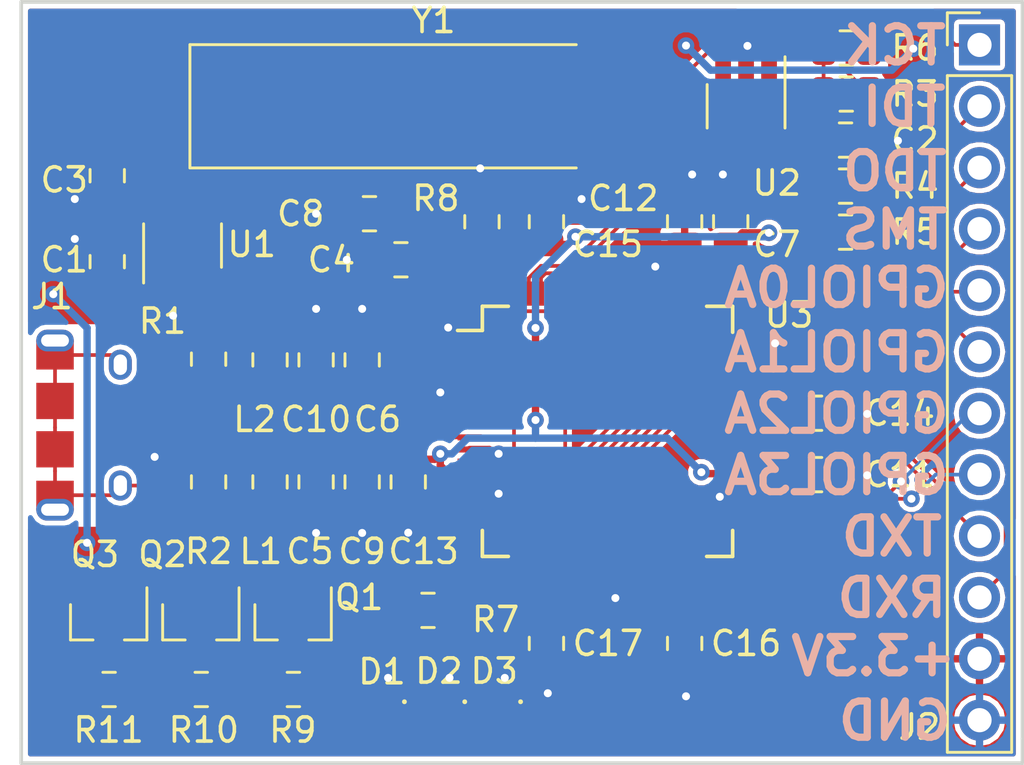
<source format=kicad_pcb>
(kicad_pcb (version 20171130) (host pcbnew 5.0.1)
  (title_block (title "FT2232 Board") (date 2019-11-25) (rev A) (company "Alex Wranovsky"))
  (layers (0 F.Cu signal) (31 B.Cu signal) (34 B.Paste user) (35 F.Paste user) (36 B.SilkS user) (37 F.SilkS user) (38 B.Mask user) (39 F.Mask user) (44 Edge.Cuts user))
  (net 0 "")
  (net 1 GND)
  (net 2 +5V)
  (net 3 +3V3)
  (net 4 /FTDI_OSCI)
  (net 5 /FTDI_VPLL)
  (net 6 /FTDI_VPHY)
  (net 7 +1V8)
  (net 8 /FTDI_OSCO)
  (net 9 "Net-(D1-Pad2)")
  (net 10 "Net-(D2-Pad2)")
  (net 11 "Net-(D3-Pad2)")
  (net 12 /USB_P)
  (net 13 "Net-(J1-Pad4)")
  (net 14 /USB_N)
  (net 15 /SHIELD)
  (net 16 /~FTDI_PWREN~)
  (net 17 /~RS232_TXLED~)
  (net 18 /~RS232_RXLED~)
  (net 19 /LDO_EN)
  (net 20 "Net-(R3-Pad2)")
  (net 21 /FTDI_DATA)
  (net 22 /FTDI_CS)
  (net 23 /FTDI_CLK)
  (net 24 /FTDI_RESET)
  (net 25 /FTDI_REF)
  (net 26 "Net-(U1-Pad4)")
  (net 27 /JTAG_TCK)
  (net 28 /JTAG_TDI)
  (net 29 /JTAG_TDO)
  (net 30 /JTAG_TMS)
  (net 31 /GPIOL0A)
  (net 32 /GPIOL1A)
  (net 33 /GPIOL2A)
  (net 34 /GPIOL3A)
  (net 35 /GPIOH0A)
  (net 36 /GPIOH1A)
  (net 37 /GPIOH2A)
  (net 38 /GPIOH3A)
  (net 39 /GPIOH4A)
  (net 40 /GPIOH5A)
  (net 41 /GPIOH6A)
  (net 42 /GPIOH7A)
  (net 43 /~FTDI_SUSPEND~)
  (net 44 /RS232_TXD)
  (net 45 /RS232_RXD)
  (net 46 /~RS232_RTS~)
  (net 47 /~RS232_CTS~)
  (net 48 /~RS232_DTR~)
  (net 49 /~RS232_DSR~)
  (net 50 /~RS232_DCD~)
  (net 51 /~RS232_RI~)
  (net 52 /RS232_TXDEN)
  (net 53 /RS232_RSVD0)
  (net 54 /RS232_RSVD1)
  (net 55 /RS232_RSVD2)
  (net 56 /RS232_RSVD3)
  (net 57 /RS232_RSVD4)
  (net 58 "Net-(Q1-Pad3)")
  (net 59 "Net-(Q2-Pad3)")
  (net 60 "Net-(Q3-Pad3)")
  (module Capacitor_SMD:C_0805_2012Metric (layer F.Cu) (at 155.194 120.7285 90)
    (fp_text reference C1 (at 0.0785 -1.778) (layer F.SilkS))
    (fp_text value 1uF)
    (pad 2 smd roundrect (at 0.9375 0 90) (size 0.975 1.4) (layers F.Cu F.Paste F.Mask) (net 1 GND))
    (pad 1 smd roundrect (at -0.9375 0 90) (size 0.975 1.4) (layers F.Cu F.Paste F.Mask) (net 2 +5V))
  )
  (module Capacitor_SMD:C_0805_2012Metric (layer F.Cu) (at 185.7225 115.697)
    (fp_text reference C2 (at 2.8725 0 180) (layer F.SilkS))
    (fp_text value 0.1uF)
    (pad 2 smd roundrect (at 0.9375 0) (size 0.975 1.4) (layers F.Cu F.Paste F.Mask) (net 1 GND))
    (pad 1 smd roundrect (at -0.9375 0) (size 0.975 1.4) (layers F.Cu F.Paste F.Mask) (net 3 +3V3))
  )
  (module Capacitor_SMD:C_0805_2012Metric (layer F.Cu) (at 155.194 117.1725 270)
    (fp_text reference C3 (at 0.1755 1.778) (layer F.SilkS))
    (fp_text value 1uF)
    (pad 2 smd roundrect (at 0.9375 0 270) (size 0.975 1.4) (layers F.Cu F.Paste F.Mask) (net 1 GND))
    (pad 1 smd roundrect (at -0.9375 0 270) (size 0.975 1.4) (layers F.Cu F.Paste F.Mask) (net 3 +3V3))
  )
  (module Capacitor_SMD:C_0805_2012Metric (layer F.Cu) (at 167.3375 120.65 180)
    (fp_text reference C4 (at 2.8725 0) (layer F.SilkS))
    (fp_text value 27pF)
    (pad 2 smd roundrect (at 0.9375 0 180) (size 0.975 1.4) (layers F.Cu F.Paste F.Mask) (net 1 GND))
    (pad 1 smd roundrect (at -0.9375 0 180) (size 0.975 1.4) (layers F.Cu F.Paste F.Mask) (net 4 /FTDI_OSCI))
  )
  (module Capacitor_SMD:C_0805_2012Metric (layer F.Cu) (at 163.83 129.8425 270)
    (fp_text reference C5 (at 2.8725 0.254) (layer F.SilkS))
    (fp_text value 4.7uF)
    (pad 2 smd roundrect (at 0.9375 0 270) (size 0.975 1.4) (layers F.Cu F.Paste F.Mask) (net 1 GND))
    (pad 1 smd roundrect (at -0.9375 0 270) (size 0.975 1.4) (layers F.Cu F.Paste F.Mask) (net 5 /FTDI_VPLL))
  )
  (module Capacitor_SMD:C_0805_2012Metric (layer F.Cu) (at 165.735 124.7925 90)
    (fp_text reference C6 (at -2.4615 0.635 180) (layer F.SilkS))
    (fp_text value 4.7uF)
    (pad 2 smd roundrect (at 0.9375 0 90) (size 0.975 1.4) (layers F.Cu F.Paste F.Mask) (net 1 GND))
    (pad 1 smd roundrect (at -0.9375 0 90) (size 0.975 1.4) (layers F.Cu F.Paste F.Mask) (net 6 /FTDI_VPHY))
  )
  (module Capacitor_SMD:C_0805_2012Metric (layer F.Cu) (at 180.975 119.0775 90)
    (fp_text reference C7 (at -0.9375 1.905 180) (layer F.SilkS))
    (fp_text value 3.3uF)
    (pad 2 smd roundrect (at 0.9375 0 90) (size 0.975 1.4) (layers F.Cu F.Paste F.Mask) (net 1 GND))
    (pad 1 smd roundrect (at -0.9375 0 90) (size 0.975 1.4) (layers F.Cu F.Paste F.Mask) (net 7 +1V8))
  )
  (module Capacitor_SMD:C_0805_2012Metric (layer F.Cu) (at 166.0375 118.745 180)
    (fp_text reference C8 (at 2.8425 0) (layer F.SilkS))
    (fp_text value 27pF)
    (pad 2 smd roundrect (at 0.9375 0 180) (size 0.975 1.4) (layers F.Cu F.Paste F.Mask) (net 1 GND))
    (pad 1 smd roundrect (at -0.9375 0 180) (size 0.975 1.4) (layers F.Cu F.Paste F.Mask) (net 8 /FTDI_OSCO))
  )
  (module Capacitor_SMD:C_0805_2012Metric (layer F.Cu) (at 165.735 129.8425 270)
    (fp_text reference C9 (at 2.8725 0) (layer F.SilkS))
    (fp_text value 0.1uF)
    (pad 2 smd roundrect (at 0.9375 0 270) (size 0.975 1.4) (layers F.Cu F.Paste F.Mask) (net 1 GND))
    (pad 1 smd roundrect (at -0.9375 0 270) (size 0.975 1.4) (layers F.Cu F.Paste F.Mask) (net 5 /FTDI_VPLL))
  )
  (module Capacitor_SMD:C_0805_2012Metric (layer F.Cu) (at 163.83 124.7925 90)
    (fp_text reference C10 (at -2.4615 0) (layer F.SilkS))
    (fp_text value 0.1uF)
    (pad 2 smd roundrect (at 0.9375 0 90) (size 0.975 1.4) (layers F.Cu F.Paste F.Mask) (net 1 GND))
    (pad 1 smd roundrect (at -0.9375 0 90) (size 0.975 1.4) (layers F.Cu F.Paste F.Mask) (net 6 /FTDI_VPHY))
  )
  (module Capacitor_SMD:C_0805_2012Metric (layer F.Cu) (at 184.4825 129.54)
    (fp_text reference C11 (at 3.4775 0) (layer F.SilkS))
    (fp_text value 0.1uF)
    (pad 2 smd roundrect (at 0.9375 0) (size 0.975 1.4) (layers F.Cu F.Paste F.Mask) (net 1 GND))
    (pad 1 smd roundrect (at -0.9375 0) (size 0.975 1.4) (layers F.Cu F.Paste F.Mask) (net 7 +1V8))
  )
  (module Capacitor_SMD:C_0805_2012Metric (layer F.Cu) (at 179.07 119.0775 90)
    (fp_text reference C12 (at 0.9675 -2.54 180) (layer F.SilkS))
    (fp_text value 0.1uF)
    (pad 2 smd roundrect (at 0.9375 0 90) (size 0.975 1.4) (layers F.Cu F.Paste F.Mask) (net 1 GND))
    (pad 1 smd roundrect (at -0.9375 0 90) (size 0.975 1.4) (layers F.Cu F.Paste F.Mask) (net 3 +3V3))
  )
  (module Capacitor_SMD:C_0805_2012Metric (layer F.Cu) (at 167.64 129.8425 270)
    (fp_text reference C13 (at 2.8725 -0.635) (layer F.SilkS))
    (fp_text value 0.1uF)
    (pad 2 smd roundrect (at 0.9375 0 270) (size 0.975 1.4) (layers F.Cu F.Paste F.Mask) (net 1 GND))
    (pad 1 smd roundrect (at -0.9375 0 270) (size 0.975 1.4) (layers F.Cu F.Paste F.Mask) (net 7 +1V8))
  )
  (module Capacitor_SMD:C_0805_2012Metric (layer F.Cu) (at 184.4825 127)
    (fp_text reference C14 (at 3.4775 0) (layer F.SilkS))
    (fp_text value 0.1uF)
    (pad 2 smd roundrect (at 0.9375 0) (size 0.975 1.4) (layers F.Cu F.Paste F.Mask) (net 1 GND))
    (pad 1 smd roundrect (at -0.9375 0) (size 0.975 1.4) (layers F.Cu F.Paste F.Mask) (net 3 +3V3))
  )
  (module Capacitor_SMD:C_0805_2012Metric (layer F.Cu) (at 173.355 119.0775 90)
    (fp_text reference C15 (at -0.9375 2.54 180) (layer F.SilkS))
    (fp_text value 0.1uF)
    (pad 2 smd roundrect (at 0.9375 0 90) (size 0.975 1.4) (layers F.Cu F.Paste F.Mask) (net 1 GND))
    (pad 1 smd roundrect (at -0.9375 0 90) (size 0.975 1.4) (layers F.Cu F.Paste F.Mask) (net 7 +1V8))
  )
  (module Capacitor_SMD:C_0805_2012Metric (layer F.Cu) (at 179.07 136.525 270)
    (fp_text reference C16 (at 0 -2.54) (layer F.SilkS))
    (fp_text value 0.1uF)
    (pad 2 smd roundrect (at 0.9375 0 270) (size 0.975 1.4) (layers F.Cu F.Paste F.Mask) (net 1 GND))
    (pad 1 smd roundrect (at -0.9375 0 270) (size 0.975 1.4) (layers F.Cu F.Paste F.Mask) (net 3 +3V3))
  )
  (module Capacitor_SMD:C_0805_2012Metric (layer F.Cu) (at 173.355 136.525 270)
    (fp_text reference C17 (at 0 -2.54) (layer F.SilkS))
    (fp_text value 0.1uF)
    (pad 2 smd roundrect (at 0.9375 0 270) (size 0.975 1.4) (layers F.Cu F.Paste F.Mask) (net 1 GND))
    (pad 1 smd roundrect (at -0.9375 0 270) (size 0.975 1.4) (layers F.Cu F.Paste F.Mask) (net 3 +3V3))
  )
  (module LED_SMD:LED_0402_1005Metric (layer F.Cu) (at 166.393 138.938 180)
    (fp_text reference D1 (at -0.160221 1.242399) (layer F.SilkS))
    (fp_text value LED)
    (pad 2 smd roundrect (at 0.485 0 180) (size 0.59 0.64) (layers F.Cu F.Paste F.Mask) (net 9 "Net-(D1-Pad2)"))
    (pad 1 smd roundrect (at -0.485 0 180) (size 0.59 0.64) (layers F.Cu F.Paste F.Mask) (net 1 GND))
  )
  (module LED_SMD:LED_0402_1005Metric (layer F.Cu) (at 168.887 138.938 180)
    (fp_text reference D2 (at -0.023 1.27) (layer F.SilkS))
    (fp_text value LED)
    (pad 2 smd roundrect (at 0.485 0 180) (size 0.59 0.64) (layers F.Cu F.Paste F.Mask) (net 10 "Net-(D2-Pad2)"))
    (pad 1 smd roundrect (at -0.485 0 180) (size 0.59 0.64) (layers F.Cu F.Paste F.Mask) (net 1 GND))
  )
  (module LED_SMD:LED_0402_1005Metric (layer F.Cu) (at 171.196 138.938 180)
    (fp_text reference D3 (at 0 1.27) (layer F.SilkS))
    (fp_text value LED)
    (pad 2 smd roundrect (at 0.485 0 180) (size 0.59 0.64) (layers F.Cu F.Paste F.Mask) (net 11 "Net-(D3-Pad2)"))
    (pad 1 smd roundrect (at -0.485 0 180) (size 0.59 0.64) (layers F.Cu F.Paste F.Mask) (net 1 GND))
  )
  (module Exodus_Connectors:USB_Micro_B_10118194-0X0XLF (layer F.Cu) (at 155.735 127.492 270)
    (fp_text reference J1 (at -5.318 2.827) (layer F.SilkS))
    (fp_text value USB_B_Micro)
    (pad 6 thru_hole oval (at 2.5 0 90) (size 1.25 0.95) (drill oval 0.85 0.55) (layers *.Cu *.Mask) (net 15 /SHIELD))
    (pad 6 thru_hole oval (at -2.5 0 270) (size 1.25 0.95) (drill oval 0.85 0.55) (layers *.Cu *.Mask) (net 15 /SHIELD))
    (pad 6 thru_hole oval (at 3.5 2.7 270) (size 0.9 1.55) (drill oval 0.5 1.15) (layers *.Cu *.Mask) (net 15 /SHIELD))
    (pad 6 thru_hole oval (at -3.5 2.7 270) (size 0.9 1.55) (drill oval 0.5 1.15) (layers *.Cu *.Mask) (net 15 /SHIELD))
    (pad 6 smd rect (at 2.9 2.7 270) (size 1.2 1.55) (layers F.Cu F.Paste F.Mask) (net 15 /SHIELD))
    (pad 6 smd rect (at -2.9 2.7 270) (size 1.2 1.55) (layers F.Cu F.Paste F.Mask) (net 15 /SHIELD))
    (pad 6 smd rect (at 1 2.7 270) (size 1.5 1.55) (layers F.Cu F.Paste F.Mask) (net 15 /SHIELD))
    (pad 6 smd rect (at -1 2.7 270) (size 1.5 1.55) (layers F.Cu F.Paste F.Mask) (net 15 /SHIELD))
    (pad 5 smd rect (at 1.3 0.05 270) (size 0.4 1.35) (layers F.Cu F.Paste F.Mask) (net 1 GND))
    (pad 1 smd rect (at -1.3 0.05 270) (size 0.4 1.35) (layers F.Cu F.Paste F.Mask) (net 2 +5V))
    (pad 2 smd rect (at -0.65 0.05 270) (size 0.4 1.35) (layers F.Cu F.Paste F.Mask) (net 14 /USB_N))
    (pad 4 smd rect (at 0.65 0.05 270) (size 0.4 1.35) (layers F.Cu F.Paste F.Mask) (net 13 "Net-(J1-Pad4)"))
    (pad 3 smd rect (at 0 0.05 270) (size 0.4 1.35) (layers F.Cu F.Paste F.Mask) (net 12 /USB_P))
  )
  (module Inductor_SMD:L_0805_2012Metric (layer F.Cu) (at 161.925 129.8425 90)
    (fp_text reference L1 (at -2.8725 -0.381) (layer F.SilkS))
    (fp_text value 1uH)
    (pad 2 smd roundrect (at 0.9375 0 90) (size 0.975 1.4) (layers F.Cu F.Paste F.Mask) (net 5 /FTDI_VPLL))
    (pad 1 smd roundrect (at -0.9375 0 90) (size 0.975 1.4) (layers F.Cu F.Paste F.Mask) (net 3 +3V3))
  )
  (module Inductor_SMD:L_0805_2012Metric (layer F.Cu) (at 161.925 124.7925 270)
    (fp_text reference L2 (at 2.4615 0.635 180) (layer F.SilkS))
    (fp_text value 1uH)
    (pad 2 smd roundrect (at 0.9375 0 270) (size 0.975 1.4) (layers F.Cu F.Paste F.Mask) (net 6 /FTDI_VPHY))
    (pad 1 smd roundrect (at -0.9375 0 270) (size 0.975 1.4) (layers F.Cu F.Paste F.Mask) (net 3 +3V3))
  )
  (module Package_TO_SOT_SMD:SOT-23 (layer F.Cu) (at 162.88 135.62 270)
    (fp_text reference Q1 (at -1 -2.728) (layer F.SilkS))
    (fp_text value Q_PMOS_GSD)
    (pad 3 smd rect (at 1 0 270) (size 0.9 0.8) (layers F.Cu F.Paste F.Mask) (net 58 "Net-(Q1-Pad3)"))
    (pad 2 smd rect (at -1 0.95 270) (size 0.9 0.8) (layers F.Cu F.Paste F.Mask) (net 3 +3V3))
    (pad 1 smd rect (at -1 -0.95 270) (size 0.9 0.8) (layers F.Cu F.Paste F.Mask) (net 16 /~FTDI_PWREN~))
  )
  (module Package_TO_SOT_SMD:SOT-23 (layer F.Cu) (at 159.065 135.62 270)
    (fp_text reference Q2 (at -2.778 1.585 180) (layer F.SilkS))
    (fp_text value Q_PMOS_GSD)
    (pad 3 smd rect (at 1 0 270) (size 0.9 0.8) (layers F.Cu F.Paste F.Mask) (net 59 "Net-(Q2-Pad3)"))
    (pad 2 smd rect (at -1 0.95 270) (size 0.9 0.8) (layers F.Cu F.Paste F.Mask) (net 3 +3V3))
    (pad 1 smd rect (at -1 -0.95 270) (size 0.9 0.8) (layers F.Cu F.Paste F.Mask) (net 17 /~RS232_TXLED~))
  )
  (module Package_TO_SOT_SMD:SOT-23 (layer F.Cu) (at 155.255 135.62 270)
    (fp_text reference Q3 (at -2.778 0.569 180) (layer F.SilkS))
    (fp_text value Q_PMOS_GSD)
    (pad 3 smd rect (at 1 0 270) (size 0.9 0.8) (layers F.Cu F.Paste F.Mask) (net 60 "Net-(Q3-Pad3)"))
    (pad 2 smd rect (at -1 0.95 270) (size 0.9 0.8) (layers F.Cu F.Paste F.Mask) (net 3 +3V3))
    (pad 1 smd rect (at -1 -0.95 270) (size 0.9 0.8) (layers F.Cu F.Paste F.Mask) (net 18 /~RS232_RXLED~))
  )
  (module Resistor_SMD:R_0805_2012Metric (layer F.Cu) (at 159.385 124.7625 90)
    (fp_text reference R1 (at 1.5725 -1.905 180) (layer F.SilkS))
    (fp_text value 10k)
    (pad 2 smd roundrect (at 0.9375 0 90) (size 0.975 1.4) (layers F.Cu F.Paste F.Mask) (net 19 /LDO_EN))
    (pad 1 smd roundrect (at -0.9375 0 90) (size 0.975 1.4) (layers F.Cu F.Paste F.Mask) (net 2 +5V))
  )
  (module Resistor_SMD:R_0805_2012Metric (layer F.Cu) (at 159.385 129.8425 270)
    (fp_text reference R2 (at 2.8725 0) (layer F.SilkS))
    (fp_text value 0)
    (pad 2 smd roundrect (at 0.9375 0 270) (size 0.975 1.4) (layers F.Cu F.Paste F.Mask) (net 15 /SHIELD))
    (pad 1 smd roundrect (at -0.9375 0 270) (size 0.975 1.4) (layers F.Cu F.Paste F.Mask) (net 1 GND))
  )
  (module Resistor_SMD:R_0805_2012Metric (layer F.Cu) (at 185.7525 113.792)
    (fp_text reference R3 (at 2.8425 0) (layer F.SilkS))
    (fp_text value 2k)
    (pad 2 smd roundrect (at 0.9375 0) (size 0.975 1.4) (layers F.Cu F.Paste F.Mask) (net 20 "Net-(R3-Pad2)"))
    (pad 1 smd roundrect (at -0.9375 0) (size 0.975 1.4) (layers F.Cu F.Paste F.Mask) (net 21 /FTDI_DATA))
  )
  (module Resistor_SMD:R_0805_2012Metric (layer F.Cu) (at 185.7225 117.602)
    (fp_text reference R4 (at 2.8725 0 180) (layer F.SilkS))
    (fp_text value 10k)
    (pad 2 smd roundrect (at 0.9375 0) (size 0.975 1.4) (layers F.Cu F.Paste F.Mask) (net 3 +3V3))
    (pad 1 smd roundrect (at -0.9375 0) (size 0.975 1.4) (layers F.Cu F.Paste F.Mask) (net 22 /FTDI_CS))
  )
  (module Resistor_SMD:R_0805_2012Metric (layer F.Cu) (at 185.7225 119.507)
    (fp_text reference R5 (at 2.8725 0) (layer F.SilkS))
    (fp_text value 10k)
    (pad 2 smd roundrect (at 0.9375 0) (size 0.975 1.4) (layers F.Cu F.Paste F.Mask) (net 3 +3V3))
    (pad 1 smd roundrect (at -0.9375 0) (size 0.975 1.4) (layers F.Cu F.Paste F.Mask) (net 23 /FTDI_CLK))
  )
  (module Resistor_SMD:R_0805_2012Metric (layer F.Cu) (at 185.7525 111.887)
    (fp_text reference R6 (at 2.8425 0 180) (layer F.SilkS))
    (fp_text value 10k)
    (pad 2 smd roundrect (at 0.9375 0) (size 0.975 1.4) (layers F.Cu F.Paste F.Mask) (net 3 +3V3))
    (pad 1 smd roundrect (at -0.9375 0) (size 0.975 1.4) (layers F.Cu F.Paste F.Mask) (net 21 /FTDI_DATA))
  )
  (module Resistor_SMD:R_0805_2012Metric (layer F.Cu) (at 168.458221 135.155601 180)
    (fp_text reference R7 (at -2.794 -0.381 180) (layer F.SilkS))
    (fp_text value 10k)
    (pad 2 smd roundrect (at 0.9375 0 180) (size 0.975 1.4) (layers F.Cu F.Paste F.Mask) (net 3 +3V3))
    (pad 1 smd roundrect (at -0.9375 0 180) (size 0.975 1.4) (layers F.Cu F.Paste F.Mask) (net 24 /FTDI_RESET))
  )
  (module Resistor_SMD:R_0805_2012Metric (layer F.Cu) (at 170.688 119.0775 270)
    (fp_text reference R8 (at -0.9675 1.905) (layer F.SilkS))
    (fp_text value 12k)
    (pad 2 smd roundrect (at 0.9375 0 270) (size 0.975 1.4) (layers F.Cu F.Paste F.Mask) (net 25 /FTDI_REF))
    (pad 1 smd roundrect (at -0.9375 0 270) (size 0.975 1.4) (layers F.Cu F.Paste F.Mask) (net 1 GND))
  )
  (module Resistor_SMD:R_0805_2012Metric (layer F.Cu) (at 162.8925 138.43)
    (fp_text reference R9 (at -0.022279 1.678601) (layer F.SilkS))
    (fp_text value 1k)
    (pad 2 smd roundrect (at 0.9375 0) (size 0.975 1.4) (layers F.Cu F.Paste F.Mask) (net 9 "Net-(D1-Pad2)"))
    (pad 1 smd roundrect (at -0.9375 0) (size 0.975 1.4) (layers F.Cu F.Paste F.Mask) (net 58 "Net-(Q1-Pad3)"))
  )
  (module Resistor_SMD:R_0805_2012Metric (layer F.Cu) (at 159.0825 138.43)
    (fp_text reference R10 (at 0.104721 1.678601) (layer F.SilkS))
    (fp_text value 1k)
    (pad 2 smd roundrect (at 0.9375 0) (size 0.975 1.4) (layers F.Cu F.Paste F.Mask) (net 10 "Net-(D2-Pad2)"))
    (pad 1 smd roundrect (at -0.9375 0) (size 0.975 1.4) (layers F.Cu F.Paste F.Mask) (net 59 "Net-(Q2-Pad3)"))
  )
  (module Resistor_SMD:R_0805_2012Metric (layer F.Cu) (at 155.2725 138.43)
    (fp_text reference R11 (at -0.022279 1.678601 180) (layer F.SilkS))
    (fp_text value 1k)
    (pad 2 smd roundrect (at 0.9375 0) (size 0.975 1.4) (layers F.Cu F.Paste F.Mask) (net 11 "Net-(D3-Pad2)"))
    (pad 1 smd roundrect (at -0.9375 0) (size 0.975 1.4) (layers F.Cu F.Paste F.Mask) (net 60 "Net-(Q3-Pad3)"))
  )
  (module Package_TO_SOT_SMD:SOT-23-5_HandSoldering (layer F.Cu) (at 158.308 120.062 90)
    (fp_text reference U1 (at 0.047 2.86 180) (layer F.SilkS))
    (fp_text value TLV73333PDBVR)
    (pad 5 smd rect (at 1.35 -0.95 90) (size 1.56 0.65) (layers F.Cu F.Paste F.Mask) (net 3 +3V3))
    (pad 4 smd rect (at 1.35 0.95 90) (size 1.56 0.65) (layers F.Cu F.Paste F.Mask) (net 26 "Net-(U1-Pad4)"))
    (pad 3 smd rect (at -1.35 0.95 90) (size 1.56 0.65) (layers F.Cu F.Paste F.Mask) (net 19 /LDO_EN))
    (pad 2 smd rect (at -1.35 0 90) (size 1.56 0.65) (layers F.Cu F.Paste F.Mask) (net 1 GND))
    (pad 1 smd rect (at -1.35 -0.95 90) (size 1.56 0.65) (layers F.Cu F.Paste F.Mask) (net 2 +5V))
  )
  (module Package_TO_SOT_SMD:SOT-23-6_Handsoldering (layer F.Cu) (at 181.61 114.3 270)
    (fp_text reference U2 (at 3.175 -1.27) (layer F.SilkS))
    (fp_text value 93LCxxB)
    (pad 5 smd rect (at 1.35 0 270) (size 1.56 0.65) (layers F.Cu F.Paste F.Mask) (net 22 /FTDI_CS))
    (pad 6 smd rect (at 1.35 -0.95 270) (size 1.56 0.65) (layers F.Cu F.Paste F.Mask) (net 3 +3V3))
    (pad 4 smd rect (at 1.35 0.95 270) (size 1.56 0.65) (layers F.Cu F.Paste F.Mask) (net 23 /FTDI_CLK))
    (pad 3 smd rect (at -1.35 0.95 270) (size 1.56 0.65) (layers F.Cu F.Paste F.Mask) (net 21 /FTDI_DATA))
    (pad 2 smd rect (at -1.35 0 270) (size 1.56 0.65) (layers F.Cu F.Paste F.Mask) (net 1 GND))
    (pad 1 smd rect (at -1.35 -0.95 270) (size 1.56 0.65) (layers F.Cu F.Paste F.Mask) (net 20 "Net-(R3-Pad2)"))
  )
  (module Package_QFP:LQFP-64_10x10mm_P0.5mm (layer F.Cu) (at 175.88 127.75)
    (fp_text reference U3 (at 7.508 -4.814) (layer F.SilkS))
    (fp_text value FT2232H)
    (pad 64 smd rect (at -3.75 -5.7 90) (size 1 0.25) (layers F.Cu F.Paste F.Mask) (net 7 +1V8))
    (pad 63 smd rect (at -3.25 -5.7 90) (size 1 0.25) (layers F.Cu F.Paste F.Mask) (net 22 /FTDI_CS))
    (pad 62 smd rect (at -2.75 -5.7 90) (size 1 0.25) (layers F.Cu F.Paste F.Mask) (net 23 /FTDI_CLK))
    (pad 61 smd rect (at -2.25 -5.7 90) (size 1 0.25) (layers F.Cu F.Paste F.Mask) (net 21 /FTDI_DATA))
    (pad 60 smd rect (at -1.75 -5.7 90) (size 1 0.25) (layers F.Cu F.Paste F.Mask) (net 16 /~FTDI_PWREN~))
    (pad 59 smd rect (at -1.25 -5.7 90) (size 1 0.25) (layers F.Cu F.Paste F.Mask) (net 57 /RS232_RSVD4))
    (pad 58 smd rect (at -0.75 -5.7 90) (size 1 0.25) (layers F.Cu F.Paste F.Mask) (net 56 /RS232_RSVD3))
    (pad 57 smd rect (at -0.25 -5.7 90) (size 1 0.25) (layers F.Cu F.Paste F.Mask) (net 55 /RS232_RSVD2))
    (pad 56 smd rect (at 0.25 -5.7 90) (size 1 0.25) (layers F.Cu F.Paste F.Mask) (net 3 +3V3))
    (pad 55 smd rect (at 0.75 -5.7 90) (size 1 0.25) (layers F.Cu F.Paste F.Mask) (net 17 /~RS232_TXLED~))
    (pad 54 smd rect (at 1.25 -5.7 90) (size 1 0.25) (layers F.Cu F.Paste F.Mask) (net 18 /~RS232_RXLED~))
    (pad 53 smd rect (at 1.75 -5.7 90) (size 1 0.25) (layers F.Cu F.Paste F.Mask) (net 54 /RS232_RSVD1))
    (pad 52 smd rect (at 2.25 -5.7 90) (size 1 0.25) (layers F.Cu F.Paste F.Mask) (net 53 /RS232_RSVD0))
    (pad 51 smd rect (at 2.75 -5.7 90) (size 1 0.25) (layers F.Cu F.Paste F.Mask) (net 1 GND))
    (pad 50 smd rect (at 3.25 -5.7 90) (size 1 0.25) (layers F.Cu F.Paste F.Mask) (net 3 +3V3))
    (pad 49 smd rect (at 3.75 -5.7 90) (size 1 0.25) (layers F.Cu F.Paste F.Mask) (net 7 +1V8))
    (pad 48 smd rect (at 5.7 -3.75) (size 1 0.25) (layers F.Cu F.Paste F.Mask) (net 52 /RS232_TXDEN))
    (pad 47 smd rect (at 5.7 -3.25) (size 1 0.25) (layers F.Cu F.Paste F.Mask) (net 1 GND))
    (pad 46 smd rect (at 5.7 -2.75) (size 1 0.25) (layers F.Cu F.Paste F.Mask) (net 51 /~RS232_RI~))
    (pad 45 smd rect (at 5.7 -2.25) (size 1 0.25) (layers F.Cu F.Paste F.Mask) (net 50 /~RS232_DCD~))
    (pad 44 smd rect (at 5.7 -1.75) (size 1 0.25) (layers F.Cu F.Paste F.Mask) (net 49 /~RS232_DSR~))
    (pad 43 smd rect (at 5.7 -1.25) (size 1 0.25) (layers F.Cu F.Paste F.Mask) (net 48 /~RS232_DTR~))
    (pad 42 smd rect (at 5.7 -0.75) (size 1 0.25) (layers F.Cu F.Paste F.Mask) (net 3 +3V3))
    (pad 41 smd rect (at 5.7 -0.25) (size 1 0.25) (layers F.Cu F.Paste F.Mask) (net 47 /~RS232_CTS~))
    (pad 40 smd rect (at 5.7 0.25) (size 1 0.25) (layers F.Cu F.Paste F.Mask) (net 46 /~RS232_RTS~))
    (pad 39 smd rect (at 5.7 0.75) (size 1 0.25) (layers F.Cu F.Paste F.Mask) (net 45 /RS232_RXD))
    (pad 38 smd rect (at 5.7 1.25) (size 1 0.25) (layers F.Cu F.Paste F.Mask) (net 44 /RS232_TXD))
    (pad 37 smd rect (at 5.7 1.75) (size 1 0.25) (layers F.Cu F.Paste F.Mask) (net 7 +1V8))
    (pad 36 smd rect (at 5.7 2.25) (size 1 0.25) (layers F.Cu F.Paste F.Mask) (net 43 /~FTDI_SUSPEND~))
    (pad 35 smd rect (at 5.7 2.75) (size 1 0.25) (layers F.Cu F.Paste F.Mask) (net 1 GND))
    (pad 34 smd rect (at 5.7 3.25) (size 1 0.25) (layers F.Cu F.Paste F.Mask) (net 42 /GPIOH7A))
    (pad 33 smd rect (at 5.7 3.75) (size 1 0.25) (layers F.Cu F.Paste F.Mask) (net 41 /GPIOH6A))
    (pad 32 smd rect (at 3.75 5.7 90) (size 1 0.25) (layers F.Cu F.Paste F.Mask) (net 40 /GPIOH5A))
    (pad 31 smd rect (at 3.25 5.7 90) (size 1 0.25) (layers F.Cu F.Paste F.Mask) (net 3 +3V3))
    (pad 30 smd rect (at 2.75 5.7 90) (size 1 0.25) (layers F.Cu F.Paste F.Mask) (net 39 /GPIOH4A))
    (pad 29 smd rect (at 2.25 5.7 90) (size 1 0.25) (layers F.Cu F.Paste F.Mask) (net 38 /GPIOH3A))
    (pad 28 smd rect (at 1.75 5.7 90) (size 1 0.25) (layers F.Cu F.Paste F.Mask) (net 37 /GPIOH2A))
    (pad 27 smd rect (at 1.25 5.7 90) (size 1 0.25) (layers F.Cu F.Paste F.Mask) (net 36 /GPIOH1A))
    (pad 26 smd rect (at 0.75 5.7 90) (size 1 0.25) (layers F.Cu F.Paste F.Mask) (net 35 /GPIOH0A))
    (pad 25 smd rect (at 0.25 5.7 90) (size 1 0.25) (layers F.Cu F.Paste F.Mask) (net 1 GND))
    (pad 24 smd rect (at -0.25 5.7 90) (size 1 0.25) (layers F.Cu F.Paste F.Mask) (net 34 /GPIOL3A))
    (pad 23 smd rect (at -0.75 5.7 90) (size 1 0.25) (layers F.Cu F.Paste F.Mask) (net 33 /GPIOL2A))
    (pad 22 smd rect (at -1.25 5.7 90) (size 1 0.25) (layers F.Cu F.Paste F.Mask) (net 32 /GPIOL1A))
    (pad 21 smd rect (at -1.75 5.7 90) (size 1 0.25) (layers F.Cu F.Paste F.Mask) (net 31 /GPIOL0A))
    (pad 20 smd rect (at -2.25 5.7 90) (size 1 0.25) (layers F.Cu F.Paste F.Mask) (net 3 +3V3))
    (pad 19 smd rect (at -2.75 5.7 90) (size 1 0.25) (layers F.Cu F.Paste F.Mask) (net 30 /JTAG_TMS))
    (pad 18 smd rect (at -3.25 5.7 90) (size 1 0.25) (layers F.Cu F.Paste F.Mask) (net 29 /JTAG_TDO))
    (pad 17 smd rect (at -3.75 5.7 90) (size 1 0.25) (layers F.Cu F.Paste F.Mask) (net 28 /JTAG_TDI))
    (pad 16 smd rect (at -5.7 3.75) (size 1 0.25) (layers F.Cu F.Paste F.Mask) (net 27 /JTAG_TCK))
    (pad 15 smd rect (at -5.7 3.25) (size 1 0.25) (layers F.Cu F.Paste F.Mask) (net 1 GND))
    (pad 14 smd rect (at -5.7 2.75) (size 1 0.25) (layers F.Cu F.Paste F.Mask) (net 24 /FTDI_RESET))
    (pad 13 smd rect (at -5.7 2.25) (size 1 0.25) (layers F.Cu F.Paste F.Mask) (net 1 GND))
    (pad 12 smd rect (at -5.7 1.75) (size 1 0.25) (layers F.Cu F.Paste F.Mask) (net 7 +1V8))
    (pad 11 smd rect (at -5.7 1.25) (size 1 0.25) (layers F.Cu F.Paste F.Mask) (net 1 GND))
    (pad 10 smd rect (at -5.7 0.75) (size 1 0.25) (layers F.Cu F.Paste F.Mask) (net 1 GND))
    (pad 9 smd rect (at -5.7 0.25) (size 1 0.25) (layers F.Cu F.Paste F.Mask) (net 5 /FTDI_VPLL))
    (pad 8 smd rect (at -5.7 -0.25) (size 1 0.25) (layers F.Cu F.Paste F.Mask) (net 12 /USB_P))
    (pad 7 smd rect (at -5.7 -0.75) (size 1 0.25) (layers F.Cu F.Paste F.Mask) (net 14 /USB_N))
    (pad 6 smd rect (at -5.7 -1.25) (size 1 0.25) (layers F.Cu F.Paste F.Mask) (net 25 /FTDI_REF))
    (pad 5 smd rect (at -5.7 -1.75) (size 1 0.25) (layers F.Cu F.Paste F.Mask) (net 1 GND))
    (pad 4 smd rect (at -5.7 -2.25) (size 1 0.25) (layers F.Cu F.Paste F.Mask) (net 6 /FTDI_VPHY))
    (pad 3 smd rect (at -5.7 -2.75) (size 1 0.25) (layers F.Cu F.Paste F.Mask) (net 8 /FTDI_OSCO))
    (pad 2 smd rect (at -5.7 -3.25) (size 1 0.25) (layers F.Cu F.Paste F.Mask) (net 4 /FTDI_OSCI))
    (pad 1 smd rect (at -5.7 -3.75) (size 1 0.25) (layers F.Cu F.Paste F.Mask) (net 1 GND))
  )
  (module Crystal:Crystal_SMD_HC49-SD_HandSoldering (layer F.Cu) (at 168.6875 114.3)
    (fp_text reference Y1 (at 0 -3.55) (layer F.SilkS))
    (fp_text value 12MHz)
    (pad 2 smd rect (at 5.9375 0) (size 7.875 2) (layers F.Cu F.Paste F.Mask) (net 4 /FTDI_OSCI))
    (pad 1 smd rect (at -5.9375 0) (size 7.875 2) (layers F.Cu F.Paste F.Mask) (net 8 /FTDI_OSCO))
  )
  (module Connector_PinHeader_2.54mm:PinHeader_1x12_P2.54mm_Vertical (layer F.Cu) (at 191.262 111.76)
    (fp_text reference J2 (at -2.483779 28.221601) (layer F.SilkS))
    (fp_text value Conn_01x12)
    (pad 12 thru_hole oval (at 0 27.94) (size 1.7 1.7) (drill 1) (layers *.Cu *.Mask) (net 1 GND))
    (pad 11 thru_hole oval (at 0 25.4) (size 1.7 1.7) (drill 1) (layers *.Cu *.Mask) (net 3 +3V3))
    (pad 10 thru_hole oval (at 0 22.86) (size 1.7 1.7) (drill 1) (layers *.Cu *.Mask) (net 45 /RS232_RXD))
    (pad 9 thru_hole oval (at 0 20.32) (size 1.7 1.7) (drill 1) (layers *.Cu *.Mask) (net 44 /RS232_TXD))
    (pad 8 thru_hole oval (at 0 17.78) (size 1.7 1.7) (drill 1) (layers *.Cu *.Mask) (net 34 /GPIOL3A))
    (pad 7 thru_hole oval (at 0 15.24) (size 1.7 1.7) (drill 1) (layers *.Cu *.Mask) (net 33 /GPIOL2A))
    (pad 6 thru_hole oval (at 0 12.7) (size 1.7 1.7) (drill 1) (layers *.Cu *.Mask) (net 32 /GPIOL1A))
    (pad 5 thru_hole oval (at 0 10.16) (size 1.7 1.7) (drill 1) (layers *.Cu *.Mask) (net 31 /GPIOL0A))
    (pad 4 thru_hole oval (at 0 7.62) (size 1.7 1.7) (drill 1) (layers *.Cu *.Mask) (net 30 /JTAG_TMS))
    (pad 3 thru_hole oval (at 0 5.08) (size 1.7 1.7) (drill 1) (layers *.Cu *.Mask) (net 29 /JTAG_TDO))
    (pad 2 thru_hole oval (at 0 2.54) (size 1.7 1.7) (drill 1) (layers *.Cu *.Mask) (net 28 /JTAG_TDI))
    (pad 1 thru_hole rect (at 0 0) (size 1.7 1.7) (drill 1) (layers *.Cu *.Mask) (net 27 /JTAG_TCK))
  )
  (gr_text GND (at 187.762221 139.727601) (layer B.SilkS) (effects (font (size 1.5 1.5) (thickness 0.3)) (justify mirror)))
  (gr_text +3.3V (at 186.873221 137.060601) (layer B.SilkS) (effects (font (size 1.5 1.5) (thickness 0.3)) (justify mirror)))
  (gr_text RXD (at 187.635221 134.647601) (layer B.SilkS) (effects (font (size 1.5 1.5) (thickness 0.3)) (justify mirror)))
  (gr_text TXD (at 187.635221 132.107601) (layer B.SilkS) (effects (font (size 1.5 1.5) (thickness 0.3)) (justify mirror)))
  (gr_text GPIOL3A (at 185.349221 129.567601) (layer B.SilkS) (effects (font (size 1.5 1.5) (thickness 0.3)) (justify mirror)))
  (gr_text GPIOL2A (at 185.349221 127.027601) (layer B.SilkS) (effects (font (size 1.5 1.5) (thickness 0.3)) (justify mirror)))
  (gr_text GPIOL1A (at 185.349221 124.487601) (layer B.SilkS) (effects (font (size 1.5 1.5) (thickness 0.3)) (justify mirror)))
  (gr_text GPIOL0A (at 185.349221 121.820601) (layer B.SilkS) (effects (font (size 1.5 1.5) (thickness 0.3)) (justify mirror)))
  (gr_text TMS (at 187.762221 119.407601) (layer B.SilkS) (effects (font (size 1.5 1.5) (thickness 0.3)) (justify mirror)))
  (gr_text TDO (at 187.762221 116.994601) (layer B.SilkS) (effects (font (size 1.5 1.5) (thickness 0.3)) (justify mirror)))
  (gr_text TDI (at 188.143221 114.327601) (layer B.SilkS) (effects (font (size 1.5 1.5) (thickness 0.3)) (justify mirror)))
  (gr_text TCK (at 187.762221 111.787601) (layer B.SilkS) (effects (font (size 1.5 1.5) (thickness 0.3)) (justify mirror)))
  (gr_line (start 193.04 140.462) (end 193.04 141.478) (layer Edge.Cuts) (width 0.15))
  (gr_line (start 151.638 140.462) (end 151.638 141.478) (layer Edge.Cuts) (width 0.15))
  (gr_line (start 151.638 109.982) (end 151.638 111.252) (layer Edge.Cuts) (width 0.15))
  (gr_line (start 193.04 109.982) (end 151.638 109.982) (layer Edge.Cuts) (width 0.15))
  (gr_line (start 193.04 140.462) (end 193.04 109.982) (layer Edge.Cuts) (width 0.15))
  (gr_line (start 151.638 141.478) (end 193.04 141.478) (layer Edge.Cuts) (width 0.15))
  (gr_line (start 151.638 111.252) (end 151.638 140.462) (layer Edge.Cuts) (width 0.15))
  (via (at 163.83 122.682) (size 0.6858) (drill 0.3302) (layers F.Cu B.Cu) (net 1))
  (segment (start 163.83 123.855) (end 163.83 122.682) (width 0.1524) (layer F.Cu) (net 1))
  (via (at 165.735 122.682) (size 0.6858) (drill 0.3302) (layers F.Cu B.Cu) (net 1))
  (segment (start 165.735 123.855) (end 165.735 122.682) (width 0.1524) (layer F.Cu) (net 1))
  (via (at 163.83 118.745) (size 0.6858) (drill 0.3302) (layers F.Cu B.Cu) (net 1))
  (segment (start 165.1 118.745) (end 163.83 118.745) (width 0.1524) (layer F.Cu) (net 1))
  (segment (start 166.4 120.65) (end 165.1 120.65) (width 0.1524) (layer F.Cu) (net 1))
  (via (at 165.1 120.65) (size 0.6858) (drill 0.3302) (layers F.Cu B.Cu) (net 1))
  (via (at 163.83 131.953) (size 0.6858) (drill 0.3302) (layers F.Cu B.Cu) (net 1))
  (segment (start 163.83 130.78) (end 163.83 131.953) (width 0.1524) (layer F.Cu) (net 1))
  (via (at 165.735 131.953) (size 0.6858) (drill 0.3302) (layers F.Cu B.Cu) (net 1))
  (segment (start 165.735 130.78) (end 165.735 131.953) (width 0.1524) (layer F.Cu) (net 1))
  (segment (start 167.64 130.78) (end 167.64 131.942469) (width 0.1524) (layer F.Cu) (net 1))
  (via (at 167.64 131.942469) (size 0.6858) (drill 0.3302) (layers F.Cu B.Cu) (net 1))
  (via (at 166.807221 137.949601) (size 0.6858) (drill 0.3302) (layers F.Cu B.Cu) (net 1))
  (segment (start 166.878 138.938) (end 166.878 138.02038) (width 0.3048) (layer F.Cu) (net 1))
  (segment (start 166.878 138.02038) (end 166.807221 137.949601) (width 0.3048) (layer F.Cu) (net 1))
  (via (at 169.347221 137.949601) (size 0.6858) (drill 0.3302) (layers F.Cu B.Cu) (net 1))
  (segment (start 169.372 138.938) (end 169.372 137.97438) (width 0.3048) (layer F.Cu) (net 1))
  (segment (start 169.372 137.97438) (end 169.347221 137.949601) (width 0.3048) (layer F.Cu) (net 1))
  (via (at 171.633221 137.949601) (size 0.6858) (drill 0.3302) (layers F.Cu B.Cu) (net 1))
  (segment (start 171.681 138.938) (end 171.681 137.99738) (width 0.3048) (layer F.Cu) (net 1))
  (segment (start 171.681 137.99738) (end 171.633221 137.949601) (width 0.3048) (layer F.Cu) (net 1))
  (via (at 173.411221 138.584601) (size 0.6858) (drill 0.3302) (layers F.Cu B.Cu) (net 1))
  (segment (start 173.355 137.4625) (end 173.355 138.52838) (width 0.3048) (layer F.Cu) (net 1))
  (segment (start 173.355 138.52838) (end 173.411221 138.584601) (width 0.3048) (layer F.Cu) (net 1))
  (via (at 179.126221 138.711601) (size 0.6858) (drill 0.3302) (layers F.Cu B.Cu) (net 1))
  (segment (start 179.07 137.4625) (end 179.07 138.65538) (width 0.3048) (layer F.Cu) (net 1))
  (segment (start 179.07 138.65538) (end 179.126221 138.711601) (width 0.3048) (layer F.Cu) (net 1))
  (segment (start 185.42 127) (end 186.59162 127) (width 0.3048) (layer F.Cu) (net 1))
  (via (at 186.619221 127.027601) (size 0.6858) (drill 0.3302) (layers F.Cu B.Cu) (net 1))
  (segment (start 186.59162 127) (end 186.619221 127.027601) (width 0.3048) (layer F.Cu) (net 1))
  (via (at 186.619221 129.567601) (size 0.6858) (drill 0.3302) (layers F.Cu B.Cu) (net 1))
  (segment (start 185.42 129.54) (end 186.59162 129.54) (width 0.3048) (layer F.Cu) (net 1))
  (segment (start 186.59162 129.54) (end 186.619221 129.567601) (width 0.3048) (layer F.Cu) (net 1))
  (via (at 157.155221 128.805601) (size 0.6858) (drill 0.3302) (layers F.Cu B.Cu) (net 1))
  (segment (start 155.685 128.792) (end 157.14162 128.792) (width 0.3048) (layer F.Cu) (net 1))
  (segment (start 157.14162 128.792) (end 157.155221 128.805601) (width 0.3048) (layer F.Cu) (net 1))
  (segment (start 170.688 118.14) (end 170.688 116.93838) (width 0.3048) (layer F.Cu) (net 1))
  (via (at 170.617221 116.867601) (size 0.6858) (drill 0.3302) (layers F.Cu B.Cu) (net 1))
  (segment (start 170.688 116.93838) (end 170.617221 116.867601) (width 0.3048) (layer F.Cu) (net 1))
  (via (at 174.808221 118.137601) (size 0.6858) (drill 0.3302) (layers F.Cu B.Cu) (net 1))
  (segment (start 173.355 118.14) (end 174.805822 118.14) (width 0.3048) (layer F.Cu) (net 1))
  (segment (start 174.805822 118.14) (end 174.808221 118.137601) (width 0.3048) (layer F.Cu) (net 1))
  (segment (start 170.9848 130) (end 170.18 130) (width 0.3048) (layer F.Cu) (net 1))
  (segment (start 170.984801 130.999999) (end 170.9848 130) (width 0.3048) (layer F.Cu) (net 1))
  (segment (start 170.18 131) (end 170.984801 130.999999) (width 0.3048) (layer F.Cu) (net 1))
  (segment (start 170.853642 129) (end 170.18 129) (width 0.3048) (layer F.Cu) (net 1))
  (segment (start 170.9848 129.131158) (end 170.853642 129) (width 0.3048) (layer F.Cu) (net 1))
  (segment (start 170.9848 130) (end 170.9848 129.131158) (width 0.3048) (layer F.Cu) (net 1))
  (via (at 168.966221 126.138601) (size 0.6858) (drill 0.3302) (layers F.Cu B.Cu) (net 1))
  (segment (start 170.18 126) (end 169.104822 126) (width 0.3048) (layer F.Cu) (net 1))
  (segment (start 169.104822 126) (end 168.966221 126.138601) (width 0.3048) (layer F.Cu) (net 1))
  (segment (start 170.18 124) (end 169.805 124) (width 0.3048) (layer F.Cu) (net 1))
  (via (at 169.292013 123.456189) (size 0.6858) (drill 0.3302) (layers F.Cu B.Cu) (net 1))
  (segment (start 169.276601 123.471601) (end 169.292013 123.456189) (width 0.3048) (layer F.Cu) (net 1))
  (segment (start 169.805 124) (end 169.292013 123.456189) (width 0.3048) (layer F.Cu) (net 1))
  (via (at 171.379221 130.329601) (size 0.6858) (drill 0.3302) (layers F.Cu B.Cu) (net 1))
  (segment (start 170.984801 130.999999) (end 170.984801 130.724021) (width 0.3048) (layer F.Cu) (net 1))
  (segment (start 170.984801 130.724021) (end 171.379221 130.329601) (width 0.3048) (layer F.Cu) (net 1))
  (segment (start 170.9848 129.131158) (end 170.9848 129.073022) (width 0.3048) (layer F.Cu) (net 1))
  (via (at 171.379221 128.678601) (size 0.6858) (drill 0.3302) (layers F.Cu B.Cu) (net 1))
  (segment (start 170.9848 129.073022) (end 171.379221 128.678601) (width 0.3048) (layer F.Cu) (net 1))
  (segment (start 170.9848 128.5) (end 170.9848 129.131158) (width 0.3048) (layer F.Cu) (net 1))
  (segment (start 170.18 128.5) (end 170.9848 128.5) (width 0.3048) (layer F.Cu) (net 1))
  (via (at 182.809221 124.106601) (size 0.6858) (drill 0.3302) (layers F.Cu B.Cu) (net 1))
  (segment (start 181.58 124.5) (end 182.415822 124.5) (width 0.3048) (layer F.Cu) (net 1))
  (segment (start 182.415822 124.5) (end 182.809221 124.106601) (width 0.3048) (layer F.Cu) (net 1))
  (via (at 177.856221 120.931601) (size 0.6858) (drill 0.3302) (layers F.Cu B.Cu) (net 1))
  (segment (start 178.316401 120.931601) (end 177.856221 120.931601) (width 0.3048) (layer F.Cu) (net 1))
  (segment (start 178.63 122.05) (end 178.63 121.2452) (width 0.3048) (layer F.Cu) (net 1))
  (segment (start 178.63 121.2452) (end 178.316401 120.931601) (width 0.3048) (layer F.Cu) (net 1))
  (via (at 180.650221 117.121601) (size 0.6858) (drill 0.3302) (layers F.Cu B.Cu) (net 1))
  (segment (start 180.975 118.14) (end 180.975 117.44638) (width 0.3048) (layer F.Cu) (net 1))
  (segment (start 180.975 117.44638) (end 180.650221 117.121601) (width 0.3048) (layer F.Cu) (net 1))
  (segment (start 179.126221 118.083779) (end 179.07 118.14) (width 0.3048) (layer F.Cu) (net 1))
  (via (at 179.380221 117.121601) (size 0.6858) (drill 0.3302) (layers F.Cu B.Cu) (net 1))
  (segment (start 179.126221 117.375601) (end 179.126221 118.083779) (width 0.3048) (layer F.Cu) (net 1))
  (segment (start 179.380221 117.121601) (end 179.126221 117.375601) (width 0.3048) (layer F.Cu) (net 1))
  (via (at 187.889221 115.724601) (size 0.6858) (drill 0.3302) (layers F.Cu B.Cu) (net 1))
  (segment (start 186.66 115.697) (end 187.86162 115.697) (width 0.3048) (layer F.Cu) (net 1))
  (segment (start 187.86162 115.697) (end 187.889221 115.724601) (width 0.3048) (layer F.Cu) (net 1))
  (via (at 153.853221 119.788601) (size 0.6858) (drill 0.3302) (layers F.Cu B.Cu) (net 1))
  (segment (start 155.194 119.791) (end 153.85562 119.791) (width 0.3048) (layer F.Cu) (net 1))
  (segment (start 153.85562 119.791) (end 153.853221 119.788601) (width 0.3048) (layer F.Cu) (net 1))
  (via (at 153.853221 118.137601) (size 0.6858) (drill 0.3302) (layers F.Cu B.Cu) (net 1))
  (segment (start 155.194 118.11) (end 153.880822 118.11) (width 0.3048) (layer F.Cu) (net 1))
  (segment (start 153.880822 118.11) (end 153.853221 118.137601) (width 0.3048) (layer F.Cu) (net 1))
  (via (at 157.917221 122.963601) (size 0.6858) (drill 0.3302) (layers F.Cu B.Cu) (net 1))
  (segment (start 158.308 121.412) (end 158.308 122.572822) (width 0.3048) (layer F.Cu) (net 1))
  (segment (start 158.308 122.572822) (end 157.917221 122.963601) (width 0.3048) (layer F.Cu) (net 1))
  (segment (start 176.13 133.45) (end 176.13 134.57238) (width 0.3048) (layer F.Cu) (net 1))
  (via (at 176.205221 134.647601) (size 0.6858) (drill 0.3302) (layers F.Cu B.Cu) (net 1))
  (segment (start 176.13 134.57238) (end 176.205221 134.647601) (width 0.3048) (layer F.Cu) (net 1))
  (via (at 180.523221 130.456601) (size 0.6858) (drill 0.3302) (layers F.Cu B.Cu) (net 1))
  (segment (start 181.58 130.5) (end 180.56662 130.5) (width 0.3048) (layer F.Cu) (net 1))
  (segment (start 180.56662 130.5) (end 180.523221 130.456601) (width 0.3048) (layer F.Cu) (net 1))
  (segment (start 159.285601 128.805601) (end 159.385 128.905) (width 0.3048) (layer F.Cu) (net 1))
  (segment (start 157.155221 128.805601) (end 159.285601 128.805601) (width 0.3048) (layer F.Cu) (net 1))
  (segment (start 181.61 111.856532) (end 181.666221 111.800311) (width 0.3048) (layer F.Cu) (net 1))
  (segment (start 181.61 112.95) (end 181.61 111.856532) (width 0.3048) (layer F.Cu) (net 1))
  (via (at 181.666221 111.800311) (size 0.6858) (drill 0.3302) (layers F.Cu B.Cu) (net 1))
  (segment (start 156.972 126.192) (end 155.685 126.192) (width 0.3048) (layer F.Cu) (net 2))
  (segment (start 156.972 124.0315) (end 156.972 126.192) (width 0.3048) (layer F.Cu) (net 2))
  (segment (start 155.194 121.666) (end 155.194 122.2535) (width 0.3048) (layer F.Cu) (net 2))
  (segment (start 155.194 122.2535) (end 156.972 124.0315) (width 0.3048) (layer F.Cu) (net 2))
  (segment (start 159.355 125.73) (end 159.385 125.7) (width 0.3048) (layer F.Cu) (net 2))
  (segment (start 158.496 125.73) (end 159.355 125.73) (width 0.3048) (layer F.Cu) (net 2))
  (segment (start 155.685 126.192) (end 158.034 126.192) (width 0.3048) (layer F.Cu) (net 2))
  (segment (start 158.034 126.192) (end 158.496 125.73) (width 0.3048) (layer F.Cu) (net 2))
  (segment (start 157.104 121.666) (end 157.358 121.412) (width 0.3048) (layer F.Cu) (net 2))
  (segment (start 155.194 121.666) (end 157.104 121.666) (width 0.3048) (layer F.Cu) (net 2))
  (segment (start 179.07 120.015) (end 179.13 120.075) (width 0.3048) (layer F.Cu) (net 3))
  (segment (start 184.738 115.65) (end 184.785 115.697) (width 0.3048) (layer F.Cu) (net 3))
  (segment (start 179.13 120.075) (end 179.13 122.05) (width 0.3048) (layer F.Cu) (net 3))
  (via (at 152.964221 122.074601) (size 0.6858) (drill 0.3302) (layers F.Cu B.Cu) (net 3))
  (via (at 154.361221 132.361601) (size 0.6858) (drill 0.3302) (layers F.Cu B.Cu) (net 3))
  (segment (start 152.964221 122.074601) (end 154.361221 123.471601) (width 0.3048) (layer B.Cu) (net 3))
  (segment (start 154.361221 123.471601) (end 154.361221 132.361601) (width 0.3048) (layer B.Cu) (net 3))
  (via (at 179.126221 111.787601) (size 0.6858) (drill 0.3302) (layers F.Cu B.Cu) (net 3))
  (via (at 188.524221 111.914601) (size 0.6858) (drill 0.3302) (layers F.Cu B.Cu) (net 3))
  (segment (start 180.142221 112.803601) (end 179.126221 111.787601) (width 0.3048) (layer B.Cu) (net 3))
  (segment (start 188.524221 111.914601) (end 187.635221 112.803601) (width 0.3048) (layer B.Cu) (net 3))
  (segment (start 187.635221 112.803601) (end 180.142221 112.803601) (width 0.3048) (layer B.Cu) (net 3))
  (segment (start 168.275 119.85) (end 168.275 120.65) (width 0.1524) (layer F.Cu) (net 4))
  (segment (start 168.275 116.5601) (end 168.275 119.85) (width 0.1524) (layer F.Cu) (net 4))
  (segment (start 170.5351 114.3) (end 168.275 116.5601) (width 0.1524) (layer F.Cu) (net 4))
  (segment (start 174.625 114.3) (end 170.5351 114.3) (width 0.1524) (layer F.Cu) (net 4))
  (segment (start 169.5276 124.5) (end 170.18 124.5) (width 0.1524) (layer F.Cu) (net 4))
  (segment (start 168.275 123.2474) (end 169.5276 124.5) (width 0.1524) (layer F.Cu) (net 4))
  (segment (start 168.275 120.65) (end 168.275 123.2474) (width 0.1524) (layer F.Cu) (net 4))
  (segment (start 162.725 128.905) (end 163.83 128.905) (width 0.1524) (layer F.Cu) (net 5))
  (segment (start 161.925 128.905) (end 162.725 128.905) (width 0.1524) (layer F.Cu) (net 5))
  (segment (start 163.83 128.905) (end 165.735 128.905) (width 0.1524) (layer F.Cu) (net 5))
  (segment (start 166.64 128) (end 170.18 128) (width 0.1524) (layer F.Cu) (net 5))
  (segment (start 165.735 128.905) (end 166.64 128) (width 0.1524) (layer F.Cu) (net 5))
  (segment (start 161.925 125.73) (end 163.83 125.73) (width 0.1524) (layer F.Cu) (net 6))
  (segment (start 163.83 125.73) (end 165.735 125.73) (width 0.1524) (layer F.Cu) (net 6))
  (segment (start 166.765 125.5) (end 169.5276 125.5) (width 0.1524) (layer F.Cu) (net 6))
  (segment (start 166.535 125.73) (end 166.765 125.5) (width 0.1524) (layer F.Cu) (net 6))
  (segment (start 169.5276 125.5) (end 170.18 125.5) (width 0.1524) (layer F.Cu) (net 6))
  (segment (start 165.735 125.73) (end 166.535 125.73) (width 0.1524) (layer F.Cu) (net 6))
  (segment (start 173.355 120.015) (end 172.13 121.24) (width 0.3048) (layer F.Cu) (net 7))
  (segment (start 172.13 121.24) (end 172.13 122.05) (width 0.3048) (layer F.Cu) (net 7))
  (segment (start 183.505 129.5) (end 183.545 129.54) (width 0.3048) (layer F.Cu) (net 7))
  (segment (start 181.58 129.5) (end 183.505 129.5) (width 0.3048) (layer F.Cu) (net 7))
  (segment (start 179.63 121.316822) (end 179.63 122.05) (width 0.3048) (layer F.Cu) (net 7))
  (segment (start 180.975 120.015) (end 180.931822 120.015) (width 0.3048) (layer F.Cu) (net 7))
  (segment (start 180.931822 120.015) (end 179.63 121.316822) (width 0.3048) (layer F.Cu) (net 7))
  (via (at 174.554221 119.6975) (size 0.6858) (drill 0.3302) (layers F.Cu B.Cu) (net 7))
  (segment (start 173.355 120.015) (end 174.236721 120.015) (width 0.3048) (layer F.Cu) (net 7))
  (segment (start 174.236721 120.015) (end 174.554221 119.6975) (width 0.3048) (layer F.Cu) (net 7))
  (via (at 182.555221 119.534601) (size 0.6858) (drill 0.3302) (layers F.Cu B.Cu) (net 7))
  (segment (start 174.554221 119.6975) (end 182.392322 119.6975) (width 0.3048) (layer B.Cu) (net 7))
  (segment (start 182.392322 119.6975) (end 182.555221 119.534601) (width 0.3048) (layer B.Cu) (net 7))
  (segment (start 181.455399 119.534601) (end 180.975 120.015) (width 0.3048) (layer F.Cu) (net 7))
  (segment (start 182.555221 119.534601) (end 181.455399 119.534601) (width 0.3048) (layer F.Cu) (net 7))
  (via (at 168.966221 128.678601) (size 0.6858) (drill 0.3302) (layers F.Cu B.Cu) (net 7))
  (segment (start 167.64 128.905) (end 168.739822 128.905) (width 0.3048) (layer F.Cu) (net 7))
  (segment (start 168.739822 128.905) (end 168.966221 128.678601) (width 0.3048) (layer F.Cu) (net 7))
  (segment (start 169.3752 129.5) (end 170.18 129.5) (width 0.3048) (layer F.Cu) (net 7))
  (segment (start 169.302687 129.5) (end 169.3752 129.5) (width 0.3048) (layer F.Cu) (net 7))
  (segment (start 168.966221 129.163534) (end 169.302687 129.5) (width 0.3048) (layer F.Cu) (net 7))
  (segment (start 168.966221 128.678601) (end 168.966221 129.163534) (width 0.3048) (layer F.Cu) (net 7))
  (segment (start 168.966221 128.678601) (end 169.451154 128.678601) (width 0.3048) (layer B.Cu) (net 7))
  (segment (start 169.451154 128.678601) (end 170.098855 128.0309) (width 0.3048) (layer B.Cu) (net 7))
  (via (at 179.761221 129.440601) (size 0.6858) (drill 0.3302) (layers F.Cu B.Cu) (net 7))
  (segment (start 178.35152 128.0309) (end 179.761221 129.440601) (width 0.3048) (layer B.Cu) (net 7))
  (segment (start 179.82062 129.5) (end 179.761221 129.440601) (width 0.3048) (layer F.Cu) (net 7))
  (segment (start 181.58 129.5) (end 179.82062 129.5) (width 0.3048) (layer F.Cu) (net 7))
  (via (at 172.903221 127.281601) (size 0.6858) (drill 0.3302) (layers F.Cu B.Cu) (net 7))
  (segment (start 172.903221 128.0309) (end 172.903221 127.281601) (width 0.3048) (layer B.Cu) (net 7))
  (segment (start 172.903221 128.0309) (end 178.35152 128.0309) (width 0.3048) (layer B.Cu) (net 7))
  (segment (start 170.098855 128.0309) (end 172.903221 128.0309) (width 0.3048) (layer B.Cu) (net 7))
  (via (at 172.903221 123.471601) (size 0.6858) (drill 0.3302) (layers F.Cu B.Cu) (net 7))
  (segment (start 172.903221 127.281601) (end 172.903221 123.471601) (width 0.3048) (layer F.Cu) (net 7))
  (segment (start 172.903221 121.3485) (end 174.554221 119.6975) (width 0.3048) (layer B.Cu) (net 7))
  (segment (start 172.903221 123.471601) (end 172.903221 121.3485) (width 0.3048) (layer B.Cu) (net 7))
  (segment (start 166.975 115.5875) (end 166.975 117.945) (width 0.1524) (layer F.Cu) (net 8))
  (segment (start 166.975 117.945) (end 166.975 118.745) (width 0.1524) (layer F.Cu) (net 8))
  (segment (start 165.6875 114.3) (end 166.975 115.5875) (width 0.1524) (layer F.Cu) (net 8))
  (segment (start 162.75 114.3) (end 165.6875 114.3) (width 0.1524) (layer F.Cu) (net 8))
  (segment (start 169.5276 125) (end 170.18 125) (width 0.1524) (layer F.Cu) (net 8))
  (segment (start 167.386 122.8584) (end 169.5276 125) (width 0.1524) (layer F.Cu) (net 8))
  (segment (start 166.975 118.745) (end 167.386 119.156) (width 0.1524) (layer F.Cu) (net 8))
  (segment (start 167.386 119.156) (end 167.386 122.8584) (width 0.1524) (layer F.Cu) (net 8))
  (segment (start 164.338 138.938) (end 163.83 138.43) (width 0.1524) (layer F.Cu) (net 9))
  (segment (start 165.908 138.938) (end 164.338 138.938) (width 0.1524) (layer F.Cu) (net 9))
  (segment (start 168.067832 139.272168) (end 168.402 138.938) (width 0.1524) (layer F.Cu) (net 10))
  (segment (start 167.64 139.7) (end 168.067832 139.272168) (width 0.1524) (layer F.Cu) (net 10))
  (segment (start 160.02 138.43) (end 161.29 139.7) (width 0.1524) (layer F.Cu) (net 10))
  (segment (start 161.29 139.7) (end 167.64 139.7) (width 0.1524) (layer F.Cu) (net 10))
  (segment (start 170.376832 139.272168) (end 170.711 138.938) (width 0.1524) (layer F.Cu) (net 11))
  (segment (start 169.568 140.081) (end 170.376832 139.272168) (width 0.1524) (layer F.Cu) (net 11))
  (segment (start 156.21 138.43) (end 157.861 140.081) (width 0.1524) (layer F.Cu) (net 11))
  (segment (start 157.861 140.081) (end 169.568 140.081) (width 0.1524) (layer F.Cu) (net 11))
  (segment (start 156.751012 127.30481) (end 156.774221 127.30481) (width 0.1524) (layer F.Cu) (net 12))
  (segment (start 156.563822 127.492) (end 156.751012 127.30481) (width 0.1524) (layer F.Cu) (net 12))
  (segment (start 155.685 127.492) (end 156.563822 127.492) (width 0.1524) (layer F.Cu) (net 12))
  (segment (start 169.5276 127.5) (end 170.18 127.5) (width 0.1524) (layer F.Cu) (net 12))
  (segment (start 169.347221 127.319621) (end 169.5276 127.5) (width 0.1524) (layer F.Cu) (net 12))
  (segment (start 169.347221 127.307881) (end 169.347221 127.319621) (width 0.1524) (layer F.Cu) (net 12))
  (segment (start 169.34415 127.30481) (end 169.347221 127.307881) (width 0.1524) (layer F.Cu) (net 12))
  (segment (start 156.751012 127.30481) (end 169.34415 127.30481) (width 0.1524) (layer F.Cu) (net 12))
  (segment (start 169.5276 127) (end 170.18 127) (width 0.1524) (layer F.Cu) (net 14))
  (segment (start 156.774221 127) (end 169.631421 127) (width 0.1524) (layer F.Cu) (net 14))
  (segment (start 155.685 126.842) (end 156.616221 126.842) (width 0.1524) (layer F.Cu) (net 14))
  (segment (start 156.616221 126.842) (end 156.774221 127) (width 0.1524) (layer F.Cu) (net 14))
  (segment (start 158.597 129.992) (end 159.385 130.78) (width 0.1524) (layer F.Cu) (net 15))
  (segment (start 155.735 129.992) (end 158.597 129.992) (width 0.1524) (layer F.Cu) (net 15))
  (segment (start 155.335 130.392) (end 155.735 129.992) (width 0.1524) (layer F.Cu) (net 15))
  (segment (start 153.035 130.392) (end 155.335 130.392) (width 0.1524) (layer F.Cu) (net 15))
  (segment (start 153.035 129.3944) (end 153.035 130.392) (width 0.1524) (layer F.Cu) (net 15))
  (segment (start 153.035 128.492) (end 153.035 129.3944) (width 0.1524) (layer F.Cu) (net 15))
  (segment (start 153.035 127.5896) (end 153.035 126.492) (width 0.1524) (layer F.Cu) (net 15))
  (segment (start 153.035 128.492) (end 153.035 127.5896) (width 0.1524) (layer F.Cu) (net 15))
  (segment (start 153.035 126.492) (end 153.035 124.592) (width 0.1524) (layer F.Cu) (net 15))
  (segment (start 155.335 124.592) (end 155.735 124.992) (width 0.1524) (layer F.Cu) (net 15))
  (segment (start 153.035 124.592) (end 155.335 124.592) (width 0.1524) (layer F.Cu) (net 15))
  (segment (start 163.83 134.62) (end 163.890211 134.680211) (width 0.1524) (layer F.Cu) (net 16))
  (segment (start 174.13 128.975822) (end 174.13 122.05) (width 0.1524) (layer F.Cu) (net 16))
  (segment (start 170.363221 132.742601) (end 174.13 128.975822) (width 0.1524) (layer F.Cu) (net 16))
  (segment (start 170.363221 135.556119) (end 170.363221 132.742601) (width 0.1524) (layer F.Cu) (net 16))
  (segment (start 164.3824 134.62) (end 166.061001 136.298601) (width 0.1524) (layer F.Cu) (net 16))
  (segment (start 163.83 134.62) (end 164.3824 134.62) (width 0.1524) (layer F.Cu) (net 16))
  (segment (start 166.061001 136.298601) (end 169.620739 136.298601) (width 0.1524) (layer F.Cu) (net 16))
  (segment (start 169.620739 136.298601) (end 170.363221 135.556119) (width 0.1524) (layer F.Cu) (net 16))
  (segment (start 176.63 126.906888) (end 176.63 122.7024) (width 0.1524) (layer F.Cu) (net 17))
  (segment (start 176.63 122.7024) (end 176.63 122.05) (width 0.1524) (layer F.Cu) (net 17))
  (segment (start 170.668032 132.868856) (end 176.63 126.906888) (width 0.1524) (layer F.Cu) (net 17))
  (segment (start 170.668032 135.682375) (end 170.668032 132.868856) (width 0.1524) (layer F.Cu) (net 17))
  (segment (start 160.5674 134.62) (end 161.555799 135.608399) (width 0.1524) (layer F.Cu) (net 17))
  (segment (start 160.015 134.62) (end 160.5674 134.62) (width 0.1524) (layer F.Cu) (net 17))
  (segment (start 161.555799 135.608399) (end 164.939733 135.608399) (width 0.1524) (layer F.Cu) (net 17))
  (segment (start 165.934745 136.603412) (end 169.746995 136.603412) (width 0.1524) (layer F.Cu) (net 17))
  (segment (start 164.939733 135.608399) (end 165.934745 136.603412) (width 0.1524) (layer F.Cu) (net 17))
  (segment (start 169.746995 136.603412) (end 170.668032 135.682375) (width 0.1524) (layer F.Cu) (net 17))
  (segment (start 177.13 122.7024) (end 177.13 122.05) (width 0.1524) (layer F.Cu) (net 18))
  (segment (start 177.13 126.864822) (end 177.13 122.7024) (width 0.1524) (layer F.Cu) (net 18))
  (segment (start 170.972843 135.808631) (end 170.972843 133.021979) (width 0.1524) (layer F.Cu) (net 18))
  (segment (start 156.7574 134.62) (end 158.05061 135.91321) (width 0.1524) (layer F.Cu) (net 18))
  (segment (start 165.808489 136.908223) (end 169.873251 136.908223) (width 0.1524) (layer F.Cu) (net 18))
  (segment (start 170.972843 133.021979) (end 177.13 126.864822) (width 0.1524) (layer F.Cu) (net 18))
  (segment (start 156.205 134.62) (end 156.7574 134.62) (width 0.1524) (layer F.Cu) (net 18))
  (segment (start 158.05061 135.91321) (end 164.813477 135.91321) (width 0.1524) (layer F.Cu) (net 18))
  (segment (start 164.813477 135.91321) (end 165.808489 136.908223) (width 0.1524) (layer F.Cu) (net 18))
  (segment (start 169.873251 136.908223) (end 170.972843 135.808631) (width 0.1524) (layer F.Cu) (net 18))
  (segment (start 159.258 123.698) (end 159.385 123.825) (width 0.1524) (layer F.Cu) (net 19))
  (segment (start 159.258 121.412) (end 159.258 123.698) (width 0.1524) (layer F.Cu) (net 19))
  (segment (start 186.133763 113.235763) (end 186.69 113.792) (width 0.1524) (layer F.Cu) (net 20))
  (segment (start 182.56 111.953) (end 183.642 110.871) (width 0.1524) (layer F.Cu) (net 20))
  (segment (start 183.642 110.871) (end 185.547 110.871) (width 0.1524) (layer F.Cu) (net 20))
  (segment (start 185.801 111.125) (end 185.801 112.903) (width 0.1524) (layer F.Cu) (net 20))
  (segment (start 182.56 112.95) (end 182.56 111.953) (width 0.1524) (layer F.Cu) (net 20))
  (segment (start 185.547 110.871) (end 185.801 111.125) (width 0.1524) (layer F.Cu) (net 20))
  (segment (start 185.801 112.903) (end 186.133763 113.235763) (width 0.1524) (layer F.Cu) (net 20))
  (segment (start 184.815 112.687) (end 184.815 113.792) (width 0.1524) (layer F.Cu) (net 21))
  (segment (start 184.815 111.887) (end 184.815 112.687) (width 0.1524) (layer F.Cu) (net 21))
  (segment (start 180.66 113.604) (end 180.66 112.95) (width 0.1524) (layer F.Cu) (net 21))
  (segment (start 181.014601 113.958601) (end 180.66 113.604) (width 0.1524) (layer F.Cu) (net 21))
  (segment (start 184.815 113.792) (end 184.2275 113.792) (width 0.1524) (layer F.Cu) (net 21))
  (segment (start 184.060899 113.958601) (end 181.014601 113.958601) (width 0.1524) (layer F.Cu) (net 21))
  (segment (start 184.2275 113.792) (end 184.060899 113.958601) (width 0.1524) (layer F.Cu) (net 21))
  (segment (start 171.74899 121.082181) (end 172.268222 120.562949) (width 0.1524) (layer F.Cu) (net 21))
  (segment (start 179.71031 114.994739) (end 179.71031 114.35469) (width 0.1524) (layer F.Cu) (net 21))
  (segment (start 171.822119 122.778601) (end 171.776399 122.732881) (width 0.1524) (layer F.Cu) (net 21))
  (segment (start 175.62469 119.126) (end 179.710309 115.04038) (width 0.1524) (layer F.Cu) (net 21))
  (segment (start 171.776399 122.732881) (end 171.776399 122.235228) (width 0.1524) (layer F.Cu) (net 21))
  (segment (start 172.268222 120.562949) (end 172.268222 119.73376) (width 0.1524) (layer F.Cu) (net 21))
  (segment (start 171.776399 122.235228) (end 171.74899 122.207819) (width 0.1524) (layer F.Cu) (net 21))
  (segment (start 172.875982 119.126) (end 175.62469 119.126) (width 0.1524) (layer F.Cu) (net 21))
  (segment (start 172.268222 119.73376) (end 172.875982 119.126) (width 0.1524) (layer F.Cu) (net 21))
  (segment (start 179.710309 115.04038) (end 179.71031 114.994739) (width 0.1524) (layer F.Cu) (net 21))
  (segment (start 173.553799 122.778601) (end 171.822119 122.778601) (width 0.1524) (layer F.Cu) (net 21))
  (segment (start 173.63 122.7024) (end 173.553799 122.778601) (width 0.1524) (layer F.Cu) (net 21))
  (segment (start 179.71031 114.35469) (end 180.66 113.405) (width 0.1524) (layer F.Cu) (net 21))
  (segment (start 171.74899 122.207819) (end 171.74899 121.082181) (width 0.1524) (layer F.Cu) (net 21))
  (segment (start 173.63 122.05) (end 173.63 122.7024) (width 0.1524) (layer F.Cu) (net 21))
  (segment (start 180.66 113.405) (end 180.66 112.95) (width 0.1524) (layer F.Cu) (net 21))
  (segment (start 182.6296 117.602) (end 184.1975 117.602) (width 0.1524) (layer F.Cu) (net 22))
  (segment (start 184.1975 117.602) (end 184.785 117.602) (width 0.1524) (layer F.Cu) (net 22))
  (segment (start 181.61 116.5824) (end 182.6296 117.602) (width 0.1524) (layer F.Cu) (net 22))
  (segment (start 181.61 115.65) (end 181.61 116.5824) (width 0.1524) (layer F.Cu) (net 22))
  (segment (start 181.61 114.7176) (end 181.61 115.65) (width 0.1524) (layer F.Cu) (net 22))
  (segment (start 180.152119 114.641399) (end 181.533799 114.641399) (width 0.1524) (layer F.Cu) (net 22))
  (segment (start 172.63 121.3976) (end 173.1236 120.904) (width 0.1524) (layer F.Cu) (net 22))
  (segment (start 173.1236 120.904) (end 174.277756 120.904) (width 0.1524) (layer F.Cu) (net 22))
  (segment (start 172.63 122.05) (end 172.63 121.3976) (width 0.1524) (layer F.Cu) (net 22))
  (segment (start 180.015221 114.778297) (end 180.152119 114.641399) (width 0.1524) (layer F.Cu) (net 22))
  (segment (start 174.277756 120.904) (end 180.015221 115.166535) (width 0.1524) (layer F.Cu) (net 22))
  (segment (start 181.533799 114.641399) (end 181.61 114.7176) (width 0.1524) (layer F.Cu) (net 22))
  (segment (start 180.015221 115.166535) (end 180.015221 114.778297) (width 0.1524) (layer F.Cu) (net 22))
  (segment (start 173.13 121.3976) (end 173.13 122.05) (width 0.1524) (layer F.Cu) (net 23))
  (segment (start 173.318789 121.208811) (end 173.13 121.3976) (width 0.1524) (layer F.Cu) (net 23))
  (segment (start 174.404011 121.208811) (end 173.318789 121.208811) (width 0.1524) (layer F.Cu) (net 23))
  (segment (start 180.66 115.65) (end 179.962822 115.65) (width 0.1524) (layer F.Cu) (net 23))
  (segment (start 179.962822 115.65) (end 174.404011 121.208811) (width 0.1524) (layer F.Cu) (net 23))
  (segment (start 181.30519 116.708656) (end 181.152174 116.708656) (width 0.1524) (layer F.Cu) (net 23))
  (segment (start 184.785 119.507) (end 184.785 119.09738) (width 0.1524) (layer F.Cu) (net 23))
  (segment (start 183.59443 117.90681) (end 182.503343 117.906809) (width 0.1524) (layer F.Cu) (net 23))
  (segment (start 180.66 116.216482) (end 180.66 115.65) (width 0.1524) (layer F.Cu) (net 23))
  (segment (start 182.503343 117.906809) (end 181.30519 116.708656) (width 0.1524) (layer F.Cu) (net 23))
  (segment (start 184.785 119.09738) (end 183.59443 117.90681) (width 0.1524) (layer F.Cu) (net 23))
  (segment (start 181.152174 116.708656) (end 180.66 116.216482) (width 0.1524) (layer F.Cu) (net 23))
  (segment (start 169.395721 135.155601) (end 168.966221 134.726101) (width 0.1524) (layer F.Cu) (net 24))
  (segment (start 169.5276 130.5) (end 170.18 130.5) (width 0.1524) (layer F.Cu) (net 24))
  (segment (start 169.395721 135.155601) (end 169.395721 130.631879) (width 0.1524) (layer F.Cu) (net 24))
  (segment (start 169.395721 130.631879) (end 169.5276 130.5) (width 0.1524) (layer F.Cu) (net 24))
  (segment (start 170.8324 126.5) (end 170.18 126.5) (width 0.1524) (layer F.Cu) (net 25))
  (segment (start 171.069 126.2634) (end 170.8324 126.5) (width 0.1524) (layer F.Cu) (net 25))
  (segment (start 171.069 120.396) (end 171.069 126.2634) (width 0.1524) (layer F.Cu) (net 25))
  (segment (start 190.2596 111.76) (end 191.262 111.76) (width 0.1524) (layer F.Cu) (net 27))
  (segment (start 181.527309 110.56619) (end 189.06579 110.56619) (width 0.1524) (layer F.Cu) (net 27))
  (segment (start 179.405499 112.688) (end 181.527309 110.56619) (width 0.1524) (layer F.Cu) (net 27))
  (segment (start 171.695863 123.083412) (end 171.471588 122.859137) (width 0.1524) (layer F.Cu) (net 27))
  (segment (start 172.014221 123.083412) (end 171.695863 123.083412) (width 0.1524) (layer F.Cu) (net 27))
  (segment (start 189.06579 110.56619) (end 190.2596 111.76) (width 0.1524) (layer F.Cu) (net 27))
  (segment (start 171.097822 131.5) (end 172.014221 130.583601) (width 0.1524) (layer F.Cu) (net 27))
  (segment (start 172.014221 130.583601) (end 172.014221 123.083412) (width 0.1524) (layer F.Cu) (net 27))
  (segment (start 171.471588 122.361484) (end 171.444179 122.334075) (width 0.1524) (layer F.Cu) (net 27))
  (segment (start 171.444179 122.334075) (end 171.444179 120.955925) (width 0.1524) (layer F.Cu) (net 27))
  (segment (start 170.18 131.5) (end 171.097822 131.5) (width 0.1524) (layer F.Cu) (net 27))
  (segment (start 171.444179 120.955925) (end 171.760221 120.639884) (width 0.1524) (layer F.Cu) (net 27))
  (segment (start 171.760221 120.639884) (end 171.760221 120.310797) (width 0.1524) (layer F.Cu) (net 27))
  (segment (start 171.760221 120.310797) (end 171.963411 120.107607) (width 0.1524) (layer F.Cu) (net 27))
  (segment (start 171.471588 122.859137) (end 171.471588 122.361484) (width 0.1524) (layer F.Cu) (net 27))
  (segment (start 171.963411 120.107607) (end 171.963411 118.163571) (width 0.1524) (layer F.Cu) (net 27))
  (segment (start 179.405499 114.868483) (end 179.405499 112.688) (width 0.1524) (layer F.Cu) (net 27))
  (segment (start 171.963411 118.163571) (end 173.640381 116.486601) (width 0.1524) (layer F.Cu) (net 27))
  (segment (start 173.640381 116.486601) (end 177.787381 116.486601) (width 0.1524) (layer F.Cu) (net 27))
  (segment (start 177.787381 116.486601) (end 179.405499 114.868483) (width 0.1524) (layer F.Cu) (net 27))
  (segment (start 190.412001 115.149999) (end 191.262 114.3) (width 0.1524) (layer F.Cu) (net 28))
  (segment (start 179.126221 123.590261) (end 181.657881 121.058601) (width 0.1524) (layer F.Cu) (net 28))
  (segment (start 186.612333 121.058601) (end 189.032221 118.638713) (width 0.1524) (layer F.Cu) (net 28))
  (segment (start 172.13 133.45) (end 172.13 132.295888) (width 0.1524) (layer F.Cu) (net 28))
  (segment (start 179.126221 125.299667) (end 179.126221 123.590261) (width 0.1524) (layer F.Cu) (net 28))
  (segment (start 189.032221 118.638713) (end 189.032221 116.529779) (width 0.1524) (layer F.Cu) (net 28))
  (segment (start 172.13 132.295888) (end 179.126221 125.299667) (width 0.1524) (layer F.Cu) (net 28))
  (segment (start 181.657881 121.058601) (end 186.612333 121.058601) (width 0.1524) (layer F.Cu) (net 28))
  (segment (start 189.032221 116.529779) (end 190.412001 115.149999) (width 0.1524) (layer F.Cu) (net 28))
  (segment (start 186.738588 121.363412) (end 190.412001 117.689999) (width 0.1524) (layer F.Cu) (net 29))
  (segment (start 190.412001 117.689999) (end 191.262 116.84) (width 0.1524) (layer F.Cu) (net 29))
  (segment (start 179.431032 125.425923) (end 179.431032 123.80179) (width 0.1524) (layer F.Cu) (net 29))
  (segment (start 179.431032 123.80179) (end 181.86941 121.363412) (width 0.1524) (layer F.Cu) (net 29))
  (segment (start 181.86941 121.363412) (end 186.738588 121.363412) (width 0.1524) (layer F.Cu) (net 29))
  (segment (start 172.63 132.226954) (end 179.431032 125.425923) (width 0.1524) (layer F.Cu) (net 29))
  (segment (start 172.63 133.45) (end 172.63 132.226954) (width 0.1524) (layer F.Cu) (net 29))
  (segment (start 173.13 132.158022) (end 179.735843 125.552179) (width 0.1524) (layer F.Cu) (net 30))
  (segment (start 179.735843 125.552179) (end 179.735843 124.004979) (width 0.1524) (layer F.Cu) (net 30))
  (segment (start 179.735843 124.004979) (end 182.072601 121.668221) (width 0.1524) (layer F.Cu) (net 30))
  (segment (start 173.13 133.45) (end 173.13 132.158022) (width 0.1524) (layer F.Cu) (net 30))
  (segment (start 188.973779 121.668221) (end 190.412001 120.229999) (width 0.1524) (layer F.Cu) (net 30))
  (segment (start 190.412001 120.229999) (end 191.262 119.38) (width 0.1524) (layer F.Cu) (net 30))
  (segment (start 182.072601 121.668221) (end 188.973779 121.668221) (width 0.1524) (layer F.Cu) (net 30))
  (segment (start 182.198857 121.973031) (end 191.208969 121.973031) (width 0.1524) (layer F.Cu) (net 31))
  (segment (start 180.040654 124.131234) (end 182.198857 121.973031) (width 0.1524) (layer F.Cu) (net 31))
  (segment (start 180.040654 125.678435) (end 180.040654 124.131234) (width 0.1524) (layer F.Cu) (net 31))
  (segment (start 191.208969 121.973031) (end 191.262 121.92) (width 0.1524) (layer F.Cu) (net 31))
  (segment (start 174.13 133.45) (end 174.13 131.589087) (width 0.1524) (layer F.Cu) (net 31))
  (segment (start 174.13 131.589087) (end 180.040654 125.678435) (width 0.1524) (layer F.Cu) (net 31))
  (segment (start 190.412001 123.610001) (end 191.262 124.46) (width 0.1524) (layer F.Cu) (net 32))
  (segment (start 189.814925 123.012925) (end 190.412001 123.610001) (width 0.1524) (layer F.Cu) (net 32))
  (segment (start 181.59003 123.012925) (end 189.814925 123.012925) (width 0.1524) (layer F.Cu) (net 32))
  (segment (start 174.63 133.45) (end 174.63 131.523822) (width 0.1524) (layer F.Cu) (net 32))
  (segment (start 180.345465 124.25749) (end 181.59003 123.012925) (width 0.1524) (layer F.Cu) (net 32))
  (segment (start 180.345465 125.808357) (end 180.345465 124.25749) (width 0.1524) (layer F.Cu) (net 32))
  (segment (start 174.63 131.523822) (end 180.345465 125.808357) (width 0.1524) (layer F.Cu) (net 32))
  (segment (start 176.073999 131.853601) (end 185.984221 131.853601) (width 0.1524) (layer F.Cu) (net 33))
  (segment (start 175.13 133.45) (end 175.13 132.7976) (width 0.1524) (layer F.Cu) (net 33))
  (segment (start 175.13 132.7976) (end 176.073999 131.853601) (width 0.1524) (layer F.Cu) (net 33))
  (via (at 188.016221 129.821601) (size 0.6858) (drill 0.3302) (layers F.Cu B.Cu) (net 33))
  (segment (start 185.984221 131.853601) (end 188.016221 129.821601) (width 0.1524) (layer F.Cu) (net 33))
  (segment (start 190.837822 127) (end 191.262 127) (width 0.1524) (layer B.Cu) (net 33))
  (segment (start 188.016221 129.821601) (end 190.837822 127) (width 0.1524) (layer B.Cu) (net 33))
  (via (at 188.447472 130.540354) (size 0.6858) (drill 0.3302) (layers F.Cu B.Cu) (net 34))
  (segment (start 189.447826 129.54) (end 191.262 129.54) (width 0.1524) (layer B.Cu) (net 34))
  (segment (start 188.447472 130.540354) (end 189.447826 129.54) (width 0.1524) (layer B.Cu) (net 34))
  (segment (start 187.805468 130.540354) (end 188.447472 130.540354) (width 0.1524) (layer F.Cu) (net 34))
  (segment (start 186.187411 132.158411) (end 187.805468 130.540354) (width 0.1524) (layer F.Cu) (net 34))
  (segment (start 176.269189 132.158411) (end 186.187411 132.158411) (width 0.1524) (layer F.Cu) (net 34))
  (segment (start 175.63 133.45) (end 175.63 132.7976) (width 0.1524) (layer F.Cu) (net 34))
  (segment (start 175.63 132.7976) (end 176.269189 132.158411) (width 0.1524) (layer F.Cu) (net 34))
  (segment (start 182.2324 129) (end 181.58 129) (width 0.1524) (layer F.Cu) (net 44))
  (segment (start 182.680799 128.551601) (end 182.2324 129) (width 0.1524) (layer F.Cu) (net 44))
  (segment (start 187.733601 128.551601) (end 182.680799 128.551601) (width 0.1524) (layer F.Cu) (net 44))
  (segment (start 191.262 132.08) (end 187.733601 128.551601) (width 0.1524) (layer F.Cu) (net 44))
  (segment (start 191.47492 130.69659) (end 190.309656 130.69659) (width 0.1524) (layer F.Cu) (net 45))
  (segment (start 187.859857 128.246791) (end 182.485609 128.246791) (width 0.1524) (layer F.Cu) (net 45))
  (segment (start 190.309656 130.69659) (end 187.859857 128.246791) (width 0.1524) (layer F.Cu) (net 45))
  (segment (start 192.340601 131.562271) (end 191.47492 130.69659) (width 0.1524) (layer F.Cu) (net 45))
  (segment (start 192.340601 133.541399) (end 192.340601 131.562271) (width 0.1524) (layer F.Cu) (net 45))
  (segment (start 191.262 134.62) (end 192.340601 133.541399) (width 0.1524) (layer F.Cu) (net 45))
  (segment (start 182.2324 128.5) (end 181.58 128.5) (width 0.1524) (layer F.Cu) (net 45))
  (segment (start 182.485609 128.246791) (end 182.2324 128.5) (width 0.1524) (layer F.Cu) (net 45))
  (segment (start 162.88 137.505) (end 161.955 138.43) (width 0.1524) (layer F.Cu) (net 58))
  (segment (start 162.88 136.62) (end 162.88 137.505) (width 0.1524) (layer F.Cu) (net 58))
  (segment (start 159.065 137.51) (end 158.145 138.43) (width 0.1524) (layer F.Cu) (net 59))
  (segment (start 159.065 136.62) (end 159.065 137.51) (width 0.1524) (layer F.Cu) (net 59))
  (segment (start 155.255 137.51) (end 154.335 138.43) (width 0.1524) (layer F.Cu) (net 60))
  (segment (start 155.255 136.62) (end 155.255 137.51) (width 0.1524) (layer F.Cu) (net 60))
  (zone (net 1) (net_name GND) (layer B.Cu) (connect_pads (clearance 0.2032)) (min_thickness 0.2032) (fill yes (arc_segments 16) (thermal_gap 0.3048) (thermal_bridge_width 0.3048))
    (polygon (pts (xy 151.638 109.982) (xy 151.638 141.478) (xy 193.04 141.478) (xy 193.04 109.982)))
  )
  (zone (net 3) (net_name +3V3) (layer F.Cu) (connect_pads (clearance 0.2032)) (min_thickness 0.2032) (fill yes (arc_segments 16) (thermal_gap 0.3048) (thermal_bridge_width 0.3048))
    (polygon (pts (xy 151.638 110.109) (xy 151.638 141.478) (xy 193.04 141.478) (xy 193.04 109.982)))
  )
  (zone (net 0) (net_name "") (layer F.Cu) (connect_pads (clearance 0.508)) (min_thickness 0.254)
    (keepout (tracks allowed) (vias allowed) (copperpour not_allowed))
    (fill (arc_segments 16) (thermal_gap 0.508) (thermal_bridge_width 0.508))
    (polygon (pts (xy 150.876 123.317) (xy 150.876 131.699) (xy 156.591 131.699) (xy 156.591 123.317)))
  )
)
</source>
